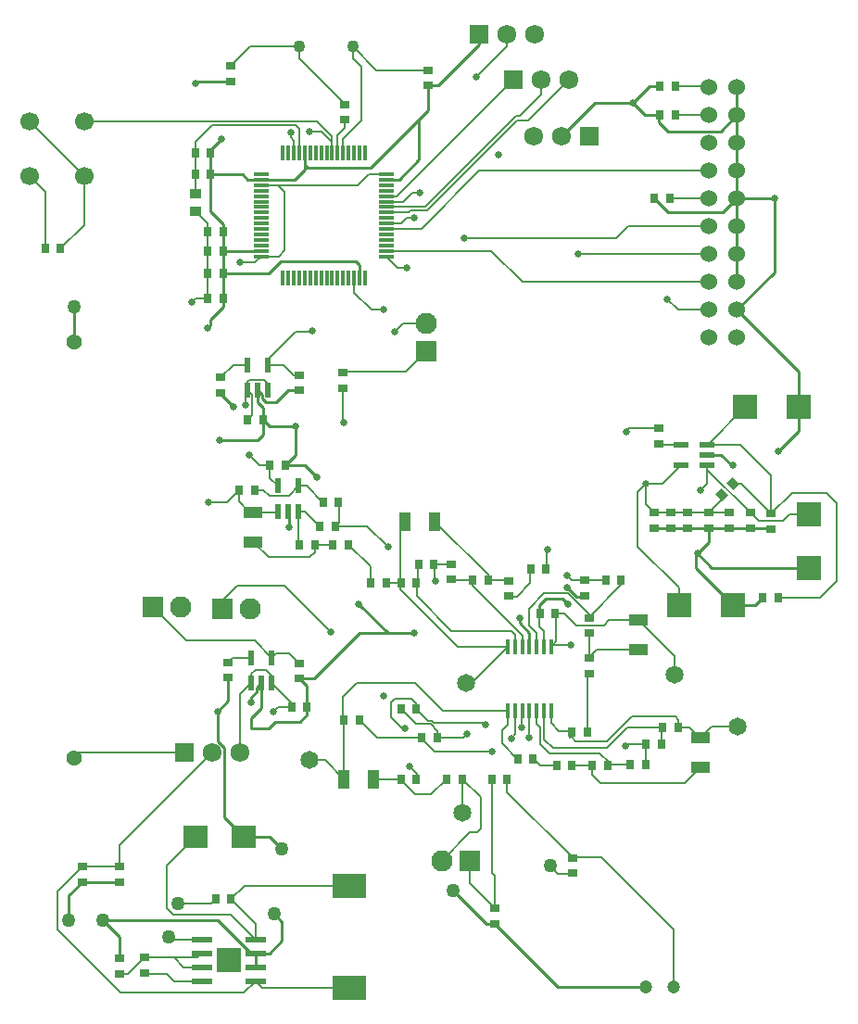
<source format=gtl>
G04*
G04 #@! TF.GenerationSoftware,Altium Limited,Altium Designer,18.1.9 (240)*
G04*
G04 Layer_Physical_Order=1*
G04 Layer_Color=255*
%FSLAX25Y25*%
%MOIN*%
G70*
G01*
G75*
%ADD13C,0.01000*%
%ADD15R,0.03150X0.03543*%
%ADD16R,0.03543X0.03150*%
G04:AMPARAMS|DCode=17|XSize=35.43mil|YSize=31.5mil|CornerRadius=0mil|HoleSize=0mil|Usage=FLASHONLY|Rotation=135.000|XOffset=0mil|YOffset=0mil|HoleType=Round|Shape=Rectangle|*
%AMROTATEDRECTD17*
4,1,4,0.02366,-0.00139,0.00139,-0.02366,-0.02366,0.00139,-0.00139,0.02366,0.02366,-0.00139,0.0*
%
%ADD17ROTATEDRECTD17*%

%ADD18R,0.05807X0.01181*%
%ADD19R,0.01181X0.05807*%
%ADD20R,0.09055X0.09055*%
%ADD21R,0.09055X0.09055*%
%ADD22R,0.04331X0.06693*%
%ADD23R,0.06693X0.04331*%
%ADD24R,0.02200X0.05200*%
%ADD25R,0.03937X0.03543*%
%ADD26R,0.01772X0.05807*%
%ADD27R,0.05800X0.02200*%
%ADD28R,0.08858X0.08465*%
%ADD29R,0.12205X0.08661*%
%ADD30R,0.07800X0.02200*%
%ADD31R,0.09000X0.09000*%
%ADD62C,0.00600*%
%ADD63C,0.07677*%
%ADD64R,0.07433X0.07433*%
%ADD65C,0.06496*%
%ADD66R,0.07433X0.07433*%
%ADD67R,0.06575X0.06575*%
%ADD68C,0.06791*%
%ADD69C,0.06000*%
%ADD70C,0.04724*%
%ADD71C,0.06693*%
%ADD72C,0.04331*%
%ADD73C,0.05610*%
%ADD74C,0.02500*%
%ADD75C,0.05000*%
D13*
X372449Y330829D02*
X376315Y326963D01*
X367315Y330829D02*
X372449D01*
X376315Y326963D02*
X376725D01*
X287827Y162047D02*
X291000D01*
X350091Y450370D02*
Y453000D01*
X348221Y423000D02*
X353237Y417984D01*
X307067Y273903D02*
Y276835D01*
X309233Y279000D01*
X315176D01*
X317178Y276999D01*
X316949Y283233D02*
X320279Y279903D01*
X323418D01*
X372143Y447194D02*
X377949Y453000D01*
X353268Y447194D02*
X372143D01*
X350091Y450370D02*
X353268Y447194D01*
X205400Y247056D02*
X207000Y248656D01*
X205400Y245642D02*
Y247056D01*
X203278Y243520D02*
X205400Y245642D01*
X203278Y241727D02*
Y243520D01*
X216705Y310400D02*
X217078Y310027D01*
Y304595D02*
Y310027D01*
X222649Y327129D02*
X227083Y322695D01*
X215616Y327129D02*
X222649D01*
X291000Y162047D02*
X313547Y139500D01*
X345225D01*
X377949Y383000D02*
X391500Y396551D01*
Y423000D01*
X400292Y348000D02*
Y360657D01*
X377949Y383000D02*
X400292Y360657D01*
X193648Y200513D02*
X200661Y193500D01*
X193648Y200513D02*
Y225431D01*
X191156Y227923D02*
X193648Y225431D01*
X191156Y227923D02*
Y238500D01*
X195000Y242344D02*
Y250744D01*
X191156Y238500D02*
X195000Y242344D01*
X205700Y354000D02*
X207300Y352400D01*
Y350986D02*
Y352400D01*
Y350986D02*
X208517Y349769D01*
X212273D01*
X216505Y354000D01*
X220500D01*
X207617Y338212D02*
Y343500D01*
X205500Y336095D02*
X207617Y338212D01*
X191793Y336095D02*
X205500D01*
X192370Y352608D02*
Y353114D01*
Y352608D02*
X196882Y348095D01*
X188756Y439500D02*
Y440544D01*
X192678Y444465D01*
X242273Y266708D02*
X252474D01*
X241934Y277247D02*
X252474Y266708D01*
X261855D01*
X225900Y250335D02*
X242273Y266708D01*
X220665Y250335D02*
X225900D01*
X220500D02*
X220665D01*
X299843Y270352D02*
Y272129D01*
Y270352D02*
X303449Y266746D01*
X203280Y151567D02*
X204861D01*
X191299Y163547D02*
X203280Y151567D01*
X179533Y163547D02*
X191299D01*
X315000Y445388D02*
X327112Y457500D01*
X340500D01*
X267000Y463682D02*
X270584D01*
X285368Y478466D01*
Y482205D01*
X377949Y393000D02*
Y403000D01*
Y413000D01*
Y423000D01*
Y453000D02*
Y463000D01*
Y443000D02*
Y453000D01*
Y433000D02*
Y443000D01*
Y423000D02*
Y433000D01*
Y423000D02*
X391500D01*
X372933Y417984D02*
X377949Y423000D01*
X353237Y417984D02*
X372933D01*
X340500Y457500D02*
X345000Y453000D01*
X350091D01*
X340500Y457500D02*
X346500Y463500D01*
X350091D01*
X252091Y429795D02*
X256500D01*
X263788Y437083D01*
Y451500D01*
X222610Y435000D02*
Y439591D01*
Y433500D02*
Y435000D01*
X223681Y433929D01*
X246217D01*
X263788Y451500D01*
X218905Y429795D02*
X222610Y433500D01*
X206909Y429795D02*
X218905D01*
X183871Y465100D02*
X196012D01*
X183339Y464568D02*
X183871Y465100D01*
X263788Y451500D02*
X267000Y454712D01*
Y463682D01*
X187500Y376500D02*
X188630Y377630D01*
Y379500D01*
X242295Y394409D02*
Y399000D01*
X240795Y400500D02*
X242295Y399000D01*
X214005Y400500D02*
X240795D01*
X209505Y396000D02*
X214005Y400500D01*
X193256Y396000D02*
X209505D01*
X193256Y411000D02*
Y413791D01*
X188756Y418291D02*
X193256Y413791D01*
X188756Y418291D02*
Y431764D01*
X202099Y429795D02*
X206909D01*
X200130Y431764D02*
X202099Y429795D01*
X188756Y431764D02*
X200130D01*
X188756D02*
Y439500D01*
X206705Y404000D02*
X206909Y404205D01*
X193256Y404000D02*
X206705D01*
X193256D02*
Y411000D01*
Y396000D02*
Y404000D01*
Y387000D02*
Y396000D01*
Y384000D02*
Y387000D01*
X188756Y379500D02*
X193256Y384000D01*
X188630Y379500D02*
X188756D01*
X205700Y349769D02*
Y354000D01*
Y349769D02*
X207617Y347852D01*
Y343500D02*
Y347852D01*
Y343500D02*
X210026Y341091D01*
X219220D01*
X215616Y327129D02*
X219220Y330732D01*
Y341091D01*
X363274Y294725D02*
X363815Y295266D01*
X363274Y290206D02*
Y294725D01*
Y290206D02*
X376646Y276835D01*
X384510D02*
X387157Y279482D01*
X376646Y276835D02*
X384510D01*
X393000Y332043D02*
X400292Y339335D01*
Y348000D01*
X303449Y261766D02*
Y266746D01*
X363815Y295266D02*
X369027Y290053D01*
X403949D01*
X390198Y304443D02*
X390449Y304191D01*
X382949Y304443D02*
X390198D01*
X382949Y304443D02*
X382949Y304443D01*
X375449Y304443D02*
X382949D01*
X363815Y295266D02*
X367949Y299400D01*
Y304443D01*
X375449D02*
X375449Y304443D01*
X367949Y304443D02*
X375449D01*
X367949Y304443D02*
X367949Y304443D01*
X360449Y304443D02*
X367949D01*
X360449Y304443D02*
X360449Y304443D01*
X354449Y304443D02*
X360449D01*
X354449Y304443D02*
X354449Y304443D01*
X348449Y304443D02*
X354449D01*
X150047Y163500D02*
X156000Y157547D01*
X211914Y234886D02*
X220795D01*
X209529Y232500D02*
X211914Y234886D01*
X203300Y232500D02*
Y236100D01*
X207000Y239800D01*
X203300Y232500D02*
X209529D01*
X207000Y239800D02*
Y248656D01*
X223398Y237488D02*
Y240000D01*
X220795Y234886D02*
X223398Y237488D01*
Y240000D02*
Y247602D01*
X220665Y250335D02*
X223398Y247602D01*
X139500Y371476D02*
Y384000D01*
X209866Y193500D02*
X214366Y189000D01*
X200661Y193500D02*
X209866D01*
X150047Y163500D02*
X179485D01*
X150000Y163547D02*
X150047Y163500D01*
X179485D02*
X179533Y163547D01*
X156000Y149756D02*
Y157547D01*
X204861Y146567D02*
Y151567D01*
X142500Y177094D02*
X156000D01*
X137693Y172287D02*
X142500Y177094D01*
X137693Y163547D02*
Y172287D01*
X211500Y165787D02*
X214366Y162921D01*
Y156000D02*
Y162921D01*
X209933Y151567D02*
X214366Y156000D01*
X204861Y151567D02*
X209933D01*
X275874Y174000D02*
X287827Y162047D01*
D15*
X246394Y284699D02*
D03*
X251906D02*
D03*
X303918Y289669D02*
D03*
X309430D02*
D03*
X318693Y231013D02*
D03*
X324205D02*
D03*
X304705Y221576D02*
D03*
X299193D02*
D03*
X257193Y284699D02*
D03*
X262705D02*
D03*
X312776Y273903D02*
D03*
X307264D02*
D03*
X356882Y232883D02*
D03*
X351370D02*
D03*
X236638Y235419D02*
D03*
X242150D02*
D03*
X355800Y463500D02*
D03*
X350288D02*
D03*
X263560Y291584D02*
D03*
X269072D02*
D03*
X350853Y226864D02*
D03*
X345341D02*
D03*
X264693Y229199D02*
D03*
X270205D02*
D03*
X355800Y453000D02*
D03*
X350288D02*
D03*
X392866Y279482D02*
D03*
X387354D02*
D03*
X288624Y285829D02*
D03*
X283113D02*
D03*
X326109Y219213D02*
D03*
X331621D02*
D03*
X257146Y214198D02*
D03*
X262658D02*
D03*
X353930Y423000D02*
D03*
X348418D02*
D03*
X313268Y219213D02*
D03*
X318780D02*
D03*
X279205Y214198D02*
D03*
X273693D02*
D03*
X199043Y318200D02*
D03*
X204555D02*
D03*
X229163Y313800D02*
D03*
X234675D02*
D03*
X226154Y298500D02*
D03*
X220642D02*
D03*
X238209Y298500D02*
D03*
X232697D02*
D03*
X129244Y405000D02*
D03*
X134756D02*
D03*
X257194Y239328D02*
D03*
X262705D02*
D03*
X345205Y219410D02*
D03*
X339693D02*
D03*
X330937Y285809D02*
D03*
X336449D02*
D03*
X207617Y343500D02*
D03*
X202105D02*
D03*
X190500Y171000D02*
D03*
X196012D02*
D03*
X193256Y387000D02*
D03*
X187744D02*
D03*
X193256Y396000D02*
D03*
X187744D02*
D03*
X193256Y404000D02*
D03*
X187744D02*
D03*
X193256Y411000D02*
D03*
X187744D02*
D03*
X188756Y431764D02*
D03*
X183244D02*
D03*
X188756Y439500D02*
D03*
X183244D02*
D03*
X289857Y214199D02*
D03*
X295368D02*
D03*
X210104Y327129D02*
D03*
X215616D02*
D03*
X217886Y240000D02*
D03*
X223398D02*
D03*
X228000Y305013D02*
D03*
X233512D02*
D03*
D16*
X318937Y180291D02*
D03*
Y185803D02*
D03*
X165000Y144441D02*
D03*
Y149953D02*
D03*
X237000Y456835D02*
D03*
Y451323D02*
D03*
X349949Y334800D02*
D03*
Y340312D02*
D03*
X323418Y280100D02*
D03*
Y285612D02*
D03*
X324796Y266672D02*
D03*
Y272183D02*
D03*
X295820Y280073D02*
D03*
Y285584D02*
D03*
X324796Y252234D02*
D03*
Y257746D02*
D03*
X291000Y162244D02*
D03*
Y167756D02*
D03*
X236390Y360398D02*
D03*
Y354886D02*
D03*
X354449Y304443D02*
D03*
Y309955D02*
D03*
X348449Y304443D02*
D03*
Y309955D02*
D03*
X360449Y309954D02*
D03*
Y304443D02*
D03*
X367949Y309954D02*
D03*
Y304443D02*
D03*
X375449Y304443D02*
D03*
Y309955D02*
D03*
X275316Y291584D02*
D03*
Y286073D02*
D03*
X267000Y469194D02*
D03*
Y463682D02*
D03*
X382949Y304443D02*
D03*
Y309954D02*
D03*
X196012Y465100D02*
D03*
Y470612D02*
D03*
X390449Y304191D02*
D03*
Y309703D02*
D03*
X156000Y149756D02*
D03*
Y144244D02*
D03*
X192370Y353114D02*
D03*
Y358626D02*
D03*
X220500Y354000D02*
D03*
Y359512D02*
D03*
X142500Y177094D02*
D03*
Y182606D02*
D03*
X156000Y177094D02*
D03*
Y182606D02*
D03*
X195000Y256256D02*
D03*
Y250744D02*
D03*
X220500Y255847D02*
D03*
Y250335D02*
D03*
D17*
X372587Y316419D02*
D03*
X376484Y320317D02*
D03*
D18*
X252091Y431764D02*
D03*
Y429795D02*
D03*
Y427827D02*
D03*
Y425858D02*
D03*
Y423890D02*
D03*
Y421921D02*
D03*
Y419953D02*
D03*
Y417984D02*
D03*
Y416016D02*
D03*
Y414047D02*
D03*
Y412079D02*
D03*
Y410110D02*
D03*
Y408142D02*
D03*
Y406173D02*
D03*
Y404205D02*
D03*
Y402236D02*
D03*
X206909D02*
D03*
Y404205D02*
D03*
Y406173D02*
D03*
Y408142D02*
D03*
Y410110D02*
D03*
Y412079D02*
D03*
Y414047D02*
D03*
Y416016D02*
D03*
Y417984D02*
D03*
Y419953D02*
D03*
Y421921D02*
D03*
Y423890D02*
D03*
Y425858D02*
D03*
Y427827D02*
D03*
Y429795D02*
D03*
Y431764D02*
D03*
D19*
X244264Y394409D02*
D03*
X242295D02*
D03*
X240327D02*
D03*
X238358D02*
D03*
X236390D02*
D03*
X234421D02*
D03*
X232453D02*
D03*
X230484D02*
D03*
X228516D02*
D03*
X226547D02*
D03*
X224579D02*
D03*
X222610D02*
D03*
X220642D02*
D03*
X218673D02*
D03*
X216705D02*
D03*
X214736D02*
D03*
Y439591D02*
D03*
X216705D02*
D03*
X218673D02*
D03*
X220642D02*
D03*
X222610D02*
D03*
X224579D02*
D03*
X226547D02*
D03*
X228516D02*
D03*
X230484D02*
D03*
X232453D02*
D03*
X234421D02*
D03*
X236390D02*
D03*
X238358D02*
D03*
X240327D02*
D03*
X242295D02*
D03*
X244264D02*
D03*
D20*
X400292Y348000D02*
D03*
X381000D02*
D03*
X376646Y276835D02*
D03*
X357354D02*
D03*
D21*
X403949Y290053D02*
D03*
Y309345D02*
D03*
D22*
X236634Y214198D02*
D03*
X247264D02*
D03*
X258788Y306805D02*
D03*
X269418D02*
D03*
D23*
X342689Y271344D02*
D03*
Y260714D02*
D03*
X204000Y310151D02*
D03*
Y299521D02*
D03*
X364949Y229056D02*
D03*
Y218426D02*
D03*
D24*
X202000Y354000D02*
D03*
X205700D02*
D03*
X209400D02*
D03*
Y363200D02*
D03*
X202000D02*
D03*
X203300Y248656D02*
D03*
X207000D02*
D03*
X210700D02*
D03*
Y257856D02*
D03*
X203300D02*
D03*
X213005Y319600D02*
D03*
X220405D02*
D03*
Y310400D02*
D03*
X216705D02*
D03*
X213005D02*
D03*
D25*
X183339Y424650D02*
D03*
Y418350D02*
D03*
D26*
X295772Y261766D02*
D03*
X298331D02*
D03*
X300890D02*
D03*
X303449D02*
D03*
X306008D02*
D03*
X308567D02*
D03*
X311126D02*
D03*
Y238632D02*
D03*
X308567D02*
D03*
X306008D02*
D03*
X303449D02*
D03*
X300890D02*
D03*
X298331D02*
D03*
X295772D02*
D03*
D27*
X367315Y327129D02*
D03*
Y330829D02*
D03*
Y334529D02*
D03*
X357915D02*
D03*
Y327129D02*
D03*
D28*
X183339Y193500D02*
D03*
X200661D02*
D03*
D29*
X238500Y175807D02*
D03*
Y139193D02*
D03*
D30*
X185461Y156567D02*
D03*
Y151567D02*
D03*
Y146567D02*
D03*
Y141567D02*
D03*
X204861D02*
D03*
Y146567D02*
D03*
Y151567D02*
D03*
Y156567D02*
D03*
D31*
X195161Y149067D02*
D03*
D62*
X291000Y167756D02*
Y179365D01*
X289857Y180508D02*
X291000Y179365D01*
X289857Y180508D02*
Y214199D01*
X282000Y176756D02*
X289900Y168856D01*
Y167953D02*
Y168856D01*
X282000Y176756D02*
Y184917D01*
X279402Y202240D02*
Y214199D01*
X285869Y207732D01*
Y196376D02*
Y207732D01*
X284492Y195000D02*
X285869Y196376D01*
X282083Y195000D02*
X284492D01*
X272000Y184917D02*
X282083Y195000D01*
X254831Y375000D02*
X257831Y378000D01*
X266316D01*
X236390Y360595D02*
X258910D01*
X266316Y368000D01*
X282675Y248669D02*
X295772Y261766D01*
X280500Y248669D02*
X282675D01*
X342689Y271344D02*
X355500Y258533D01*
Y251643D02*
Y258533D01*
X364949Y229056D02*
X369072Y233179D01*
X378224D01*
X229833Y221000D02*
X236634Y214198D01*
X224434Y221000D02*
X229833D01*
X264693Y228859D02*
Y229199D01*
Y228859D02*
X269418Y224135D01*
X289949D01*
X317211Y280986D02*
X324796Y273401D01*
X308638Y280986D02*
X317211D01*
X324796Y272380D02*
Y273401D01*
X209400Y354000D02*
Y356360D01*
X208020Y357740D02*
X209400Y356360D01*
X202587Y357740D02*
X208020D01*
X202000Y357154D02*
X202587Y357740D01*
X202000Y354000D02*
Y357154D01*
X201147Y353147D02*
X202000Y354000D01*
X201147Y348761D02*
Y353147D01*
X202000Y354000D02*
X203669Y352331D01*
Y345064D02*
Y352331D01*
X202105Y343500D02*
X203669Y345064D01*
X232453Y443476D02*
Y445388D01*
Y439591D02*
Y443476D01*
X228736Y447194D02*
X232453Y443476D01*
X224434Y447194D02*
X228736D01*
X300678Y238419D02*
X300890Y238632D01*
X300678Y232595D02*
Y238419D01*
X286988Y234311D02*
X287627Y233672D01*
X269029Y234311D02*
X286988D01*
X262705Y239328D02*
Y241295D01*
X261000Y243000D02*
X262705Y241295D01*
X254879Y243000D02*
X261000D01*
X253500Y241621D02*
X254879Y243000D01*
X253500Y236455D02*
Y241621D01*
Y236455D02*
X257661Y232294D01*
X258678D01*
X260178Y218709D02*
X262855Y216032D01*
Y214198D02*
Y216032D01*
X268298Y235043D02*
X269029Y234311D01*
X266991Y235043D02*
X268298D01*
X262705Y239328D02*
X266991Y235043D01*
X355225Y139500D02*
Y159986D01*
X329211Y186000D02*
X355225Y159986D01*
X318937Y186000D02*
X329211D01*
X338615Y226864D02*
X345144D01*
X337949Y226199D02*
X338615Y226864D01*
X183244Y439500D02*
Y443381D01*
X189217Y449355D01*
X219220D01*
X220642Y447933D01*
Y439591D02*
Y447933D01*
X204861Y156567D02*
Y162151D01*
X196012Y171000D02*
X204861Y162151D01*
X269268Y285777D02*
X269662Y285384D01*
X310807Y183047D02*
X313760Y180094D01*
X318937D01*
X295368Y209569D02*
X318937Y186000D01*
X295368Y209569D02*
Y214199D01*
X349949Y334603D02*
X350024Y334529D01*
X357915D01*
X338129Y339234D02*
X339404Y340509D01*
X349949D01*
X252091Y421921D02*
X258000D01*
X261284Y425206D01*
X263803D01*
X284307Y466699D02*
X295368Y477761D01*
Y482205D01*
X298658Y452830D02*
X299830D01*
X266034Y420206D02*
X298658Y452830D01*
X252343Y420206D02*
X266034D01*
X252091Y419953D02*
X252343Y420206D01*
X260050Y417984D02*
X260771Y418706D01*
X252091Y417984D02*
X260050D01*
X299076Y451126D02*
X302961D01*
X266655Y418706D02*
X299076Y451126D01*
X260771Y418706D02*
X266655D01*
X299830Y452830D02*
X307500Y460500D01*
X302961Y451126D02*
X317500Y465665D01*
X307500Y460500D02*
Y465665D01*
X252091Y423890D02*
X255724D01*
X297500Y465665D01*
X353091Y386706D02*
X356796Y383000D01*
X367949D01*
X259454Y416206D02*
X261807D01*
X252091Y402236D02*
X256121Y398206D01*
X259303D01*
X279807Y408706D02*
X334500D01*
X338794Y413000D01*
X367949D01*
X252091Y414047D02*
X257296D01*
X259454Y416206D01*
X321000Y403000D02*
X367949D01*
X240327Y389165D02*
Y394409D01*
Y389165D02*
X246492Y383000D01*
X251071D01*
X300890Y393000D02*
X367949D01*
X289685Y404205D02*
X300890Y393000D01*
X252091Y404205D02*
X289685D01*
X252091Y412079D02*
X264496D01*
X285418Y433000D01*
X367949D01*
X354127Y423000D02*
X367949D01*
X367449Y463500D02*
X367949Y463000D01*
X355996Y463500D02*
X367449D01*
X355996Y453000D02*
X367949D01*
X204714Y400040D02*
X206909Y402236D01*
X199422Y400040D02*
X204714D01*
X181890Y385733D02*
X183157Y387000D01*
X187744D01*
X213000Y427827D02*
X215257Y425570D01*
X213000Y427827D02*
X241682D01*
X206909D02*
X213000D01*
X206909Y402236D02*
X213158D01*
X215248Y404326D01*
Y406453D01*
X215257Y406462D01*
Y425570D01*
X245619Y431764D02*
X252091D01*
X241682Y427827D02*
X245619Y431764D01*
X218673Y439591D02*
Y443920D01*
X217666Y444927D02*
X218673Y443920D01*
X217666Y444927D02*
Y446765D01*
X123657Y431157D02*
X129244Y425570D01*
Y405000D02*
Y425570D01*
X134756Y405000D02*
X143343Y413587D01*
Y431157D01*
X123657Y450843D02*
X143343Y431157D01*
X226997Y450843D02*
X232453Y445388D01*
X143343Y450843D02*
X226997D01*
X209400Y363200D02*
X214905D01*
X218593Y359512D01*
X220500D01*
X225000Y375000D02*
X225268Y375268D01*
X219405Y375000D02*
X225000D01*
X243000Y451126D02*
Y470390D01*
X239854Y473536D02*
Y477705D01*
Y473536D02*
X243000Y470390D01*
X236390Y439591D02*
Y444516D01*
X243000Y451126D01*
X234421Y439591D02*
Y445921D01*
X237000Y448500D01*
Y451126D01*
X220642Y473390D02*
Y477705D01*
Y473390D02*
X237000Y457032D01*
X239854Y477705D02*
X248365Y469194D01*
X267000D01*
X203105Y477705D02*
X220642D01*
X196012Y470612D02*
X203105Y477705D01*
X183244Y431764D02*
Y439500D01*
Y431764D02*
X183339Y431669D01*
Y424650D02*
Y431669D01*
Y418350D02*
X187744Y413945D01*
Y411000D02*
Y413945D01*
Y404000D02*
Y411000D01*
Y396000D02*
Y404000D01*
Y387000D02*
Y396000D01*
X209400Y363200D02*
Y364995D01*
X219405Y375000D01*
X196944Y363200D02*
X202000D01*
X192370Y358626D02*
X196944Y363200D01*
X212756Y310151D02*
X213005Y310400D01*
X204000Y310151D02*
X212756D01*
X194469Y313823D02*
X198846Y318200D01*
X188107Y313823D02*
X194469D01*
X236390Y342453D02*
X236520Y342323D01*
X236390Y342453D02*
Y354689D01*
X245113Y305013D02*
X252497Y297629D01*
X233512Y305013D02*
X245113D01*
X233512D02*
X234872Y306374D01*
Y313800D01*
X220405Y319600D02*
X223166D01*
X228966Y313800D01*
X220405Y310400D02*
X222613D01*
X228000Y305013D01*
X216805Y316000D02*
X220405Y319600D01*
X209815Y316000D02*
X216805D01*
X207615Y318200D02*
X209815Y316000D01*
X204752Y318200D02*
X207615D01*
X206395Y327129D02*
X210104D01*
Y322500D02*
Y327129D01*
Y322500D02*
X213005Y319600D01*
X202695Y330829D02*
X206395Y327129D01*
X198846Y314000D02*
Y318200D01*
Y314000D02*
X202695Y310151D01*
X204000D01*
Y299521D02*
X209521Y294000D01*
X224435D01*
X226351Y295915D01*
Y298500D01*
X220405Y310400D02*
X220445Y310360D01*
Y298500D02*
Y310360D01*
X226351Y298500D02*
X232500D01*
X246197Y284699D02*
Y290708D01*
X238406Y298500D02*
X246197Y290708D01*
X204556Y264000D02*
X210700Y257856D01*
X179925Y264000D02*
X204556D01*
X167925Y276000D02*
X179925Y264000D01*
X193000Y275335D02*
Y278387D01*
X198276Y283663D01*
X215256D01*
X231919Y267000D01*
X390449Y309703D02*
X397792Y317045D01*
X410366D01*
X414000Y313412D01*
Y285526D02*
Y313412D01*
X407957Y279482D02*
X414000Y285526D01*
X393063Y279482D02*
X407957D01*
X342449Y317575D02*
X345225Y320351D01*
X342449Y297869D02*
Y317575D01*
Y297869D02*
X357354Y282964D01*
Y276835D02*
Y282964D01*
X345225Y313179D02*
Y320351D01*
X324796Y257943D02*
X327567Y260714D01*
X342689D01*
X367529Y334529D02*
X379394D01*
X367315D02*
X367529D01*
X381000Y348000D01*
X367315Y325589D02*
X382949Y309954D01*
X367315Y325589D02*
Y327129D01*
X367949Y309955D02*
X372448Y314453D01*
X367949Y309954D02*
X367949Y309955D01*
X372448Y314453D02*
Y316280D01*
X379697Y320456D02*
X390449Y309703D01*
X376624Y320456D02*
X379697D01*
X390449Y309703D02*
Y323474D01*
X379394Y334529D02*
X390449Y323474D01*
X351137Y320351D02*
X357915Y327129D01*
X345225Y320351D02*
X351137D01*
X345225Y313179D02*
X348449Y309955D01*
X367315Y320496D02*
Y325589D01*
X364949Y318131D02*
X367315Y320496D01*
X382949Y309954D02*
X385957Y306947D01*
X394698D01*
X397095Y309345D01*
X403949D01*
X367949Y309955D02*
X375449D01*
X360449Y309954D02*
X360449Y309954D01*
X360449Y309955D02*
X360449Y309954D01*
X360449Y309954D02*
X367949D01*
X354449Y309955D02*
X360449D01*
X354449Y309955D02*
X354449Y309955D01*
X348449Y309955D02*
X354449D01*
X269268Y285777D02*
Y291584D01*
X262902Y284699D02*
X263363Y285159D01*
Y291584D01*
X269268D02*
X275316D01*
X297548Y269034D02*
X300890Y265691D01*
Y261766D02*
Y265691D01*
X297543Y269034D02*
X297548D01*
X282916Y283661D02*
X297543Y269034D01*
X282916Y283661D02*
Y285829D01*
X275316Y286073D02*
X275560Y285829D01*
X282916D01*
X298331Y261766D02*
Y266129D01*
X296926Y267534D02*
X298331Y266129D01*
X275316Y267534D02*
X296926D01*
X262902Y279947D02*
X275316Y267534D01*
X262902Y279947D02*
Y284699D01*
X277666Y261766D02*
X295772D01*
X256997Y282435D02*
X277666Y261766D01*
X256997Y282435D02*
Y284699D01*
X252103D02*
X256997D01*
Y305013D01*
X258788Y306805D01*
X269418D02*
X288821Y287402D01*
Y285829D02*
Y287402D01*
Y285829D02*
X295773D01*
X295820Y285781D01*
X303721Y284600D02*
Y289669D01*
X298996Y279876D02*
X303721Y284600D01*
X295820Y279876D02*
X298996D01*
X311803Y262443D02*
X312973Y263612D01*
X311126Y261766D02*
X311803Y262443D01*
X318449D01*
X309626Y296258D02*
X310020Y296651D01*
X309626Y289669D02*
Y296258D01*
X303180Y275528D02*
X308638Y280986D01*
X316949Y287504D02*
X318644Y285809D01*
X323418D01*
X330937D01*
X312973Y273903D02*
X315941D01*
X320417Y269427D01*
X330126D01*
X332043Y271344D01*
X342689D01*
X312973Y263612D02*
Y273903D01*
X308567Y261766D02*
Y267534D01*
X307067Y269034D02*
X308567Y267534D01*
X307067Y269034D02*
Y273903D01*
X306008Y261766D02*
Y266699D01*
X303180Y269527D02*
X306008Y266699D01*
X303180Y269527D02*
Y275528D01*
X324796Y272380D02*
X336449Y284034D01*
Y285809D01*
X324796Y266423D02*
X324796Y266423D01*
Y257943D02*
Y266423D01*
X324402Y251643D02*
X324796Y252037D01*
X324402Y231013D02*
Y251643D01*
X357079Y232883D02*
X361122D01*
X364949Y229056D01*
X325912Y215614D02*
Y219213D01*
Y215614D02*
X328827Y212699D01*
X359222D01*
X364949Y218426D01*
X357079Y232883D02*
Y235504D01*
X355921Y236662D02*
X357079Y235504D01*
X340282Y236662D02*
X355921D01*
X331440Y227821D02*
X340282Y236662D01*
X317894Y229199D02*
Y231538D01*
X319949Y227821D02*
X331440D01*
X318496Y229273D02*
X319949Y227821D01*
X318496Y229273D02*
Y231013D01*
X311126Y234311D02*
Y238632D01*
Y234311D02*
X313900Y231538D01*
X317894D01*
X308567Y238632D02*
X308764Y238434D01*
Y228537D02*
Y238434D01*
Y228537D02*
X311815Y225486D01*
X331227D01*
X338500Y232759D01*
X351050D01*
X279571Y229199D02*
X280949Y230577D01*
X270402Y229199D02*
X279571D01*
X351050Y226864D02*
Y232759D01*
X345144Y226864D02*
X345205Y226803D01*
Y219410D02*
Y226803D01*
X331817Y219213D02*
X332014Y219410D01*
X339693D01*
X298331Y230376D02*
Y238632D01*
X296868Y228914D02*
X298331Y230376D01*
X306008Y234139D02*
Y238632D01*
Y234139D02*
X307264Y232883D01*
Y226883D02*
Y232883D01*
Y226883D02*
X310702Y223446D01*
X328668D01*
X331817Y220296D01*
Y219213D02*
Y220296D01*
X325912Y219213D02*
X325912Y219213D01*
X318977Y219213D02*
X325912D01*
X304902Y221576D02*
X307264Y219213D01*
X313072D01*
X303449Y229199D02*
Y238632D01*
X293508Y231660D02*
X295772Y233924D01*
X293508Y227064D02*
Y231660D01*
Y227064D02*
X298996Y221576D01*
X295772Y233924D02*
Y238632D01*
X236442Y235419D02*
Y243802D01*
X241308Y248669D01*
X262346D01*
X272383Y238632D01*
X295772D01*
X257194Y239328D02*
X262579Y233943D01*
X267842D01*
X270402Y231382D01*
Y229199D02*
Y231382D01*
X242347Y235419D02*
X248568Y229199D01*
X264496D01*
X236442Y235419D02*
X236634Y235226D01*
Y214198D02*
Y235226D01*
X247264Y214198D02*
X256949D01*
X262359Y208788D01*
X268086D01*
X273496Y214199D01*
X211360Y238500D02*
X212860Y240000D01*
X217886D01*
X203300Y248656D02*
Y251966D01*
X204834Y253500D01*
X208512D01*
X210700Y251312D01*
Y248656D02*
Y251312D01*
X195000Y256256D02*
X196600Y257856D01*
X203300D01*
X210700D02*
X212344Y259500D01*
X216847D01*
X220500Y255847D01*
X217886Y240000D02*
Y241470D01*
X210700Y248656D02*
X217886Y241470D01*
X199252Y244608D02*
X203300Y248656D01*
X199252Y223610D02*
Y244608D01*
X139500Y221870D02*
X141240Y223610D01*
X179252D01*
X173000Y183161D02*
X183339Y193500D01*
X173000Y167843D02*
Y183161D01*
Y167843D02*
X175343Y165500D01*
X178657D01*
X178704Y165547D01*
X195881D01*
X204861Y156567D01*
X189000Y169500D02*
X190500Y171000D01*
X177000Y169500D02*
X189000D01*
X173587Y157547D02*
X174567Y156567D01*
X185461D01*
X156000Y182606D02*
Y190358D01*
X189252Y223610D01*
X133500Y173606D02*
X142500Y182606D01*
X133500Y160256D02*
Y173606D01*
Y160256D02*
X156335Y137421D01*
X159095Y144244D02*
X165000Y150149D01*
X175500D01*
X156335Y137421D02*
X200715D01*
X204861Y141567D01*
X142500Y182606D02*
X156000D01*
X175500Y150149D02*
X184044D01*
X175500D02*
X179083Y146567D01*
X185461D01*
X184044Y150149D02*
X185461Y151567D01*
X156000Y144244D02*
X159095D01*
X175500Y141567D02*
X185461D01*
X172823Y144244D02*
X175500Y141567D01*
X165000Y144244D02*
X172823D01*
X196012Y171000D02*
X200819Y175807D01*
X238500D01*
X204861Y141567D02*
X207235Y139193D01*
X238500D01*
D63*
X272000Y184917D02*
D03*
X266316Y378000D02*
D03*
X177925Y276000D02*
D03*
X203000Y275335D02*
D03*
D64*
X282000Y184917D02*
D03*
X167925Y276000D02*
D03*
X193000Y275335D02*
D03*
D65*
X279402Y202240D02*
D03*
X280500Y248669D02*
D03*
X355500Y251643D02*
D03*
X224434Y221000D02*
D03*
X378224Y233179D02*
D03*
D66*
X266316Y368000D02*
D03*
D67*
X179252Y223610D02*
D03*
X297500Y465665D02*
D03*
X325000Y445388D02*
D03*
X285368Y482205D02*
D03*
D68*
X189252Y223610D02*
D03*
X199252D02*
D03*
X307500Y465665D02*
D03*
X317500D02*
D03*
X305000Y445388D02*
D03*
X315000D02*
D03*
X305368Y482205D02*
D03*
X295368D02*
D03*
D69*
X367949Y373000D02*
D03*
X377949D02*
D03*
X367949Y383000D02*
D03*
X377949D02*
D03*
X367949Y393000D02*
D03*
X377949D02*
D03*
X367949Y403000D02*
D03*
X377949D02*
D03*
X367949Y413000D02*
D03*
X377949D02*
D03*
X367949Y423000D02*
D03*
X377949D02*
D03*
X367949Y433000D02*
D03*
X377949D02*
D03*
X367949Y443000D02*
D03*
X377949D02*
D03*
X367949Y453000D02*
D03*
X377949D02*
D03*
X367949Y463000D02*
D03*
X377949D02*
D03*
D70*
X345225Y139500D02*
D03*
X355225D02*
D03*
D71*
X143343Y431157D02*
D03*
Y450843D02*
D03*
X123657D02*
D03*
Y431157D02*
D03*
D72*
X220642Y477705D02*
D03*
X239854D02*
D03*
D73*
X139500Y221870D02*
D03*
Y371476D02*
D03*
D74*
X254831Y375000D02*
D03*
X316949Y283233D02*
D03*
X317178Y276999D02*
D03*
X203278Y241727D02*
D03*
X201147Y348761D02*
D03*
X300678Y232595D02*
D03*
X287627Y233672D02*
D03*
X258678Y232294D02*
D03*
X260178Y218709D02*
D03*
X217078Y304595D02*
D03*
X227083Y322695D02*
D03*
X191793Y336095D02*
D03*
X196882Y348095D02*
D03*
X192678Y444465D02*
D03*
X241934Y277247D02*
D03*
X261855Y266708D02*
D03*
X299843Y272129D02*
D03*
X269662Y285384D02*
D03*
X338129Y339234D02*
D03*
X263803Y425206D02*
D03*
X284307Y466699D02*
D03*
X292224Y438706D02*
D03*
X353091Y386706D02*
D03*
X261807Y416206D02*
D03*
X279807Y408706D02*
D03*
X259303Y398206D02*
D03*
X321000Y403000D02*
D03*
X251071Y383000D02*
D03*
X391500Y423000D02*
D03*
X224434Y447194D02*
D03*
X199422Y400040D02*
D03*
X181890Y385733D02*
D03*
X217666Y446765D02*
D03*
X225268Y375268D02*
D03*
X187500Y376500D02*
D03*
X183339Y464568D02*
D03*
X219220Y341091D02*
D03*
X188107Y313823D02*
D03*
X236520Y342323D02*
D03*
X340500Y457500D02*
D03*
X202695Y330829D02*
D03*
X393000Y332043D02*
D03*
X376725Y326963D02*
D03*
X345225Y320351D02*
D03*
X364949Y318131D02*
D03*
X303449Y229199D02*
D03*
X296868Y228914D02*
D03*
X363815Y295266D02*
D03*
X337949Y226199D02*
D03*
X280949Y230577D02*
D03*
X252497Y297629D02*
D03*
X318449Y262443D02*
D03*
X316949Y287504D02*
D03*
X310020Y296651D02*
D03*
X289949Y224135D02*
D03*
X251071Y244198D02*
D03*
X231919Y267000D02*
D03*
X211360Y238500D02*
D03*
X191156D02*
D03*
D75*
X214366Y189000D02*
D03*
X177000Y169500D02*
D03*
X173587Y157547D02*
D03*
X211500Y165787D02*
D03*
X310807Y183047D02*
D03*
X275874Y174000D02*
D03*
X139500Y384000D02*
D03*
X150000Y163547D02*
D03*
X137693D02*
D03*
M02*

</source>
